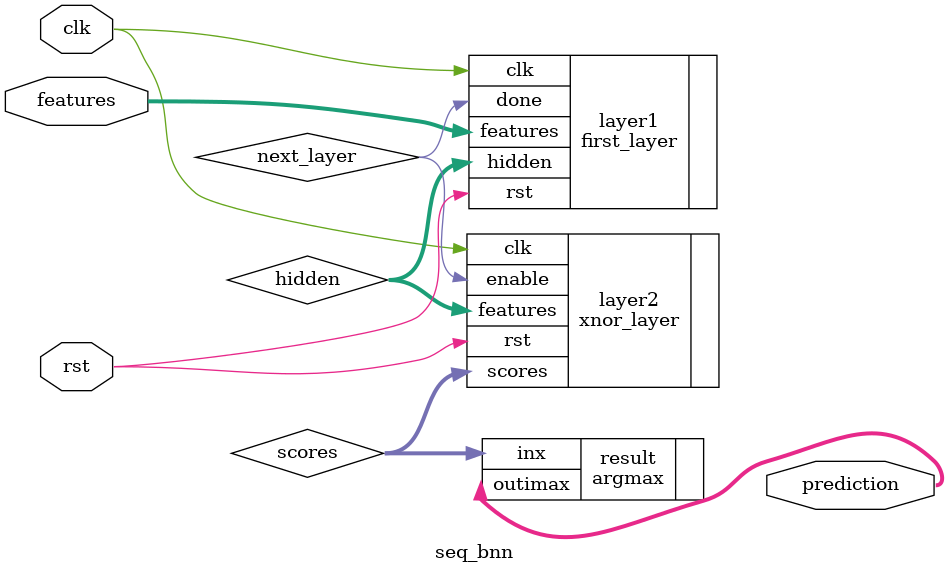
<source format=v>
module seq_bnn #(
  parameter FEAT_CNT = 4,
  parameter FEAT_BITS = 4,
  parameter HIDDEN_CNT = 4,
  parameter CLASS_CNT = 4,
  parameter Weights0 = 0,
  parameter Weights1 = 0
  ) (
  input clk,
  input rst,
  input [FEAT_CNT*FEAT_BITS-1:0] features,
  output [$clog2(CLASS_CNT)-1:0] prediction
  );
  
  localparam SUM_BITS = $clog2(HIDDEN_CNT+1);
  wire [HIDDEN_CNT-1:0] hidden;
  wire next_layer;
  wire [SUM_BITS*CLASS_CNT-1:0] scores;

  first_layer #(.FEAT_CNT(FEAT_CNT),.FEAT_BITS(FEAT_BITS),.HIDDEN_CNT(HIDDEN_CNT),.Weights(Weights0)) layer1 (
    .clk(clk),
    .rst(rst),
    .features(features),
    .hidden(hidden),
    .done(next_layer)
  );

 xnor_layer #(.HIDDEN_CNT(HIDDEN_CNT),.CLASS_CNT(CLASS_CNT),.Weights(Weights1)) layer2 (
    .clk(clk),
    .rst(rst),
    .enable(next_layer),
    .features(hidden),
    .scores(scores)
 );
  
  argmax #(.SIZE(CLASS_CNT),.INDEX_BITS($clog2(CLASS_CNT)),.BITS(SUM_BITS)) result (
     .inx(scores),
     .outimax(prediction)
  );

endmodule

</source>
